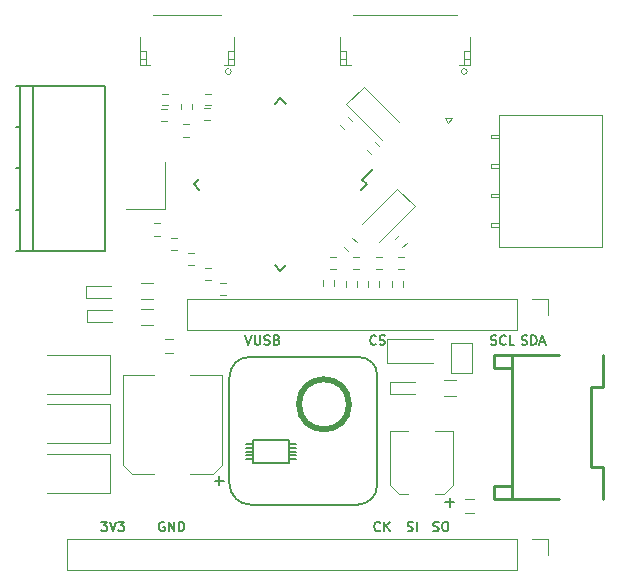
<source format=gto>
G04 #@! TF.GenerationSoftware,KiCad,Pcbnew,(5.1.5)-3*
G04 #@! TF.CreationDate,2020-05-14T20:53:58+10:00*
G04 #@! TF.ProjectId,V9203_Devkit,56393230-335f-4446-9576-6b69742e6b69,rev?*
G04 #@! TF.SameCoordinates,Original*
G04 #@! TF.FileFunction,Legend,Top*
G04 #@! TF.FilePolarity,Positive*
%FSLAX46Y46*%
G04 Gerber Fmt 4.6, Leading zero omitted, Abs format (unit mm)*
G04 Created by KiCad (PCBNEW (5.1.5)-3) date 2020-05-14 20:53:58*
%MOMM*%
%LPD*%
G04 APERTURE LIST*
%ADD10C,0.200000*%
%ADD11C,0.120000*%
%ADD12C,0.254000*%
%ADD13C,0.127000*%
%ADD14C,0.500000*%
%ADD15C,0.150000*%
G04 APERTURE END LIST*
D10*
X140703695Y-69011469D02*
X140665600Y-69049564D01*
X140551314Y-69087659D01*
X140475124Y-69087659D01*
X140360838Y-69049564D01*
X140284648Y-68973374D01*
X140246552Y-68897183D01*
X140208457Y-68744802D01*
X140208457Y-68630516D01*
X140246552Y-68478135D01*
X140284648Y-68401945D01*
X140360838Y-68325755D01*
X140475124Y-68287659D01*
X140551314Y-68287659D01*
X140665600Y-68325755D01*
X140703695Y-68363850D01*
X141008457Y-69049564D02*
X141122743Y-69087659D01*
X141313219Y-69087659D01*
X141389409Y-69049564D01*
X141427505Y-69011469D01*
X141465600Y-68935278D01*
X141465600Y-68859088D01*
X141427505Y-68782897D01*
X141389409Y-68744802D01*
X141313219Y-68706707D01*
X141160838Y-68668612D01*
X141084648Y-68630516D01*
X141046552Y-68592421D01*
X141008457Y-68516231D01*
X141008457Y-68440040D01*
X141046552Y-68363850D01*
X141084648Y-68325755D01*
X141160838Y-68287659D01*
X141351314Y-68287659D01*
X141465600Y-68325755D01*
X150451048Y-69049564D02*
X150565333Y-69087659D01*
X150755809Y-69087659D01*
X150832000Y-69049564D01*
X150870095Y-69011469D01*
X150908190Y-68935278D01*
X150908190Y-68859088D01*
X150870095Y-68782897D01*
X150832000Y-68744802D01*
X150755809Y-68706707D01*
X150603429Y-68668612D01*
X150527238Y-68630516D01*
X150489143Y-68592421D01*
X150451048Y-68516231D01*
X150451048Y-68440040D01*
X150489143Y-68363850D01*
X150527238Y-68325755D01*
X150603429Y-68287659D01*
X150793905Y-68287659D01*
X150908190Y-68325755D01*
X151708190Y-69011469D02*
X151670095Y-69049564D01*
X151555809Y-69087659D01*
X151479619Y-69087659D01*
X151365333Y-69049564D01*
X151289143Y-68973374D01*
X151251048Y-68897183D01*
X151212952Y-68744802D01*
X151212952Y-68630516D01*
X151251048Y-68478135D01*
X151289143Y-68401945D01*
X151365333Y-68325755D01*
X151479619Y-68287659D01*
X151555809Y-68287659D01*
X151670095Y-68325755D01*
X151708190Y-68363850D01*
X152432000Y-69087659D02*
X152051048Y-69087659D01*
X152051048Y-68287659D01*
X153048200Y-69049564D02*
X153162486Y-69087659D01*
X153352962Y-69087659D01*
X153429152Y-69049564D01*
X153467248Y-69011469D01*
X153505343Y-68935278D01*
X153505343Y-68859088D01*
X153467248Y-68782897D01*
X153429152Y-68744802D01*
X153352962Y-68706707D01*
X153200581Y-68668612D01*
X153124390Y-68630516D01*
X153086295Y-68592421D01*
X153048200Y-68516231D01*
X153048200Y-68440040D01*
X153086295Y-68363850D01*
X153124390Y-68325755D01*
X153200581Y-68287659D01*
X153391057Y-68287659D01*
X153505343Y-68325755D01*
X153848200Y-69087659D02*
X153848200Y-68287659D01*
X154038676Y-68287659D01*
X154152962Y-68325755D01*
X154229152Y-68401945D01*
X154267248Y-68478135D01*
X154305343Y-68630516D01*
X154305343Y-68744802D01*
X154267248Y-68897183D01*
X154229152Y-68973374D01*
X154152962Y-69049564D01*
X154038676Y-69087659D01*
X153848200Y-69087659D01*
X154610105Y-68859088D02*
X154991057Y-68859088D01*
X154533914Y-69087659D02*
X154800581Y-68287659D01*
X155067248Y-69087659D01*
X129642162Y-68287659D02*
X129908829Y-69087659D01*
X130175495Y-68287659D01*
X130442162Y-68287659D02*
X130442162Y-68935278D01*
X130480257Y-69011469D01*
X130518352Y-69049564D01*
X130594543Y-69087659D01*
X130746924Y-69087659D01*
X130823114Y-69049564D01*
X130861209Y-69011469D01*
X130899305Y-68935278D01*
X130899305Y-68287659D01*
X131242162Y-69049564D02*
X131356448Y-69087659D01*
X131546924Y-69087659D01*
X131623114Y-69049564D01*
X131661209Y-69011469D01*
X131699305Y-68935278D01*
X131699305Y-68859088D01*
X131661209Y-68782897D01*
X131623114Y-68744802D01*
X131546924Y-68706707D01*
X131394543Y-68668612D01*
X131318352Y-68630516D01*
X131280257Y-68592421D01*
X131242162Y-68516231D01*
X131242162Y-68440040D01*
X131280257Y-68363850D01*
X131318352Y-68325755D01*
X131394543Y-68287659D01*
X131585019Y-68287659D01*
X131699305Y-68325755D01*
X132308829Y-68668612D02*
X132423114Y-68706707D01*
X132461209Y-68744802D01*
X132499305Y-68820993D01*
X132499305Y-68935278D01*
X132461209Y-69011469D01*
X132423114Y-69049564D01*
X132346924Y-69087659D01*
X132042162Y-69087659D01*
X132042162Y-68287659D01*
X132308829Y-68287659D01*
X132385019Y-68325755D01*
X132423114Y-68363850D01*
X132461209Y-68440040D01*
X132461209Y-68516231D01*
X132423114Y-68592421D01*
X132385019Y-68630516D01*
X132308829Y-68668612D01*
X132042162Y-68668612D01*
X122777705Y-84100000D02*
X122701514Y-84061904D01*
X122587229Y-84061904D01*
X122472943Y-84100000D01*
X122396752Y-84176190D01*
X122358657Y-84252380D01*
X122320562Y-84404761D01*
X122320562Y-84519047D01*
X122358657Y-84671428D01*
X122396752Y-84747619D01*
X122472943Y-84823809D01*
X122587229Y-84861904D01*
X122663419Y-84861904D01*
X122777705Y-84823809D01*
X122815800Y-84785714D01*
X122815800Y-84519047D01*
X122663419Y-84519047D01*
X123158657Y-84861904D02*
X123158657Y-84061904D01*
X123615800Y-84861904D01*
X123615800Y-84061904D01*
X123996752Y-84861904D02*
X123996752Y-84061904D01*
X124187229Y-84061904D01*
X124301514Y-84100000D01*
X124377705Y-84176190D01*
X124415800Y-84252380D01*
X124453895Y-84404761D01*
X124453895Y-84519047D01*
X124415800Y-84671428D01*
X124377705Y-84747619D01*
X124301514Y-84823809D01*
X124187229Y-84861904D01*
X123996752Y-84861904D01*
X117443752Y-84061904D02*
X117938990Y-84061904D01*
X117672324Y-84366666D01*
X117786609Y-84366666D01*
X117862800Y-84404761D01*
X117900895Y-84442857D01*
X117938990Y-84519047D01*
X117938990Y-84709523D01*
X117900895Y-84785714D01*
X117862800Y-84823809D01*
X117786609Y-84861904D01*
X117558038Y-84861904D01*
X117481848Y-84823809D01*
X117443752Y-84785714D01*
X118167562Y-84061904D02*
X118434229Y-84861904D01*
X118700895Y-84061904D01*
X118891371Y-84061904D02*
X119386609Y-84061904D01*
X119119943Y-84366666D01*
X119234229Y-84366666D01*
X119310419Y-84404761D01*
X119348514Y-84442857D01*
X119386609Y-84519047D01*
X119386609Y-84709523D01*
X119348514Y-84785714D01*
X119310419Y-84823809D01*
X119234229Y-84861904D01*
X119005657Y-84861904D01*
X118929467Y-84823809D01*
X118891371Y-84785714D01*
X141065648Y-84785714D02*
X141027552Y-84823809D01*
X140913267Y-84861904D01*
X140837076Y-84861904D01*
X140722790Y-84823809D01*
X140646600Y-84747619D01*
X140608505Y-84671428D01*
X140570409Y-84519047D01*
X140570409Y-84404761D01*
X140608505Y-84252380D01*
X140646600Y-84176190D01*
X140722790Y-84100000D01*
X140837076Y-84061904D01*
X140913267Y-84061904D01*
X141027552Y-84100000D01*
X141065648Y-84138095D01*
X141408505Y-84861904D02*
X141408505Y-84061904D01*
X141865648Y-84861904D02*
X141522790Y-84404761D01*
X141865648Y-84061904D02*
X141408505Y-84519047D01*
X143380952Y-84823809D02*
X143495238Y-84861904D01*
X143685714Y-84861904D01*
X143761904Y-84823809D01*
X143800000Y-84785714D01*
X143838095Y-84709523D01*
X143838095Y-84633333D01*
X143800000Y-84557142D01*
X143761904Y-84519047D01*
X143685714Y-84480952D01*
X143533333Y-84442857D01*
X143457142Y-84404761D01*
X143419047Y-84366666D01*
X143380952Y-84290476D01*
X143380952Y-84214285D01*
X143419047Y-84138095D01*
X143457142Y-84100000D01*
X143533333Y-84061904D01*
X143723809Y-84061904D01*
X143838095Y-84100000D01*
X144180952Y-84861904D02*
X144180952Y-84061904D01*
X145552380Y-84823809D02*
X145666666Y-84861904D01*
X145857142Y-84861904D01*
X145933333Y-84823809D01*
X145971428Y-84785714D01*
X146009523Y-84709523D01*
X146009523Y-84633333D01*
X145971428Y-84557142D01*
X145933333Y-84519047D01*
X145857142Y-84480952D01*
X145704761Y-84442857D01*
X145628571Y-84404761D01*
X145590476Y-84366666D01*
X145552380Y-84290476D01*
X145552380Y-84214285D01*
X145590476Y-84138095D01*
X145628571Y-84100000D01*
X145704761Y-84061904D01*
X145895238Y-84061904D01*
X146009523Y-84100000D01*
X146504761Y-84061904D02*
X146657142Y-84061904D01*
X146733333Y-84100000D01*
X146809523Y-84176190D01*
X146847619Y-84328571D01*
X146847619Y-84595238D01*
X146809523Y-84747619D01*
X146733333Y-84823809D01*
X146657142Y-84861904D01*
X146504761Y-84861904D01*
X146428571Y-84823809D01*
X146352380Y-84747619D01*
X146314285Y-84595238D01*
X146314285Y-84328571D01*
X146352380Y-84176190D01*
X146428571Y-84100000D01*
X146504761Y-84061904D01*
D11*
X146531000Y-49894136D02*
X146831000Y-50318400D01*
X147131000Y-49894136D02*
X146531000Y-49894136D01*
X146831000Y-50318400D02*
X147131000Y-49894136D01*
X150441000Y-59078400D02*
X151141000Y-59078400D01*
X150441000Y-58778400D02*
X150441000Y-59078400D01*
X151141000Y-58778400D02*
X150441000Y-58778400D01*
X151141000Y-59078400D02*
X151141000Y-58778400D01*
X150441000Y-56578400D02*
X151141000Y-56578400D01*
X150441000Y-56278400D02*
X150441000Y-56578400D01*
X151141000Y-56278400D02*
X150441000Y-56278400D01*
X151141000Y-56578400D02*
X151141000Y-56278400D01*
X150441000Y-54078400D02*
X151141000Y-54078400D01*
X150441000Y-53778400D02*
X150441000Y-54078400D01*
X151141000Y-53778400D02*
X150441000Y-53778400D01*
X151141000Y-54078400D02*
X151141000Y-53778400D01*
X150441000Y-51578400D02*
X151141000Y-51578400D01*
X150441000Y-51278400D02*
X150441000Y-51578400D01*
X151141000Y-51278400D02*
X150441000Y-51278400D01*
X151141000Y-51578400D02*
X151141000Y-51278400D01*
X159821000Y-49598400D02*
X151141000Y-49598400D01*
X159821000Y-60758400D02*
X159821000Y-49598400D01*
X151141000Y-60758400D02*
X159821000Y-60758400D01*
X151141000Y-49598400D02*
X151141000Y-60758400D01*
X120707000Y-44162500D02*
X121207000Y-44162500D01*
X120707000Y-44162500D02*
X120707000Y-44162500D01*
X121207000Y-44162500D02*
X120707000Y-44162500D01*
X121207000Y-44162500D02*
X121207000Y-44162500D01*
X120707000Y-44862500D02*
X121207000Y-44862500D01*
X120707000Y-44862500D02*
X120707000Y-44862500D01*
X121207000Y-44862500D02*
X120707000Y-44862500D01*
X121207000Y-44862500D02*
X121207000Y-44862500D01*
X121207000Y-45362500D02*
X121207000Y-45362500D01*
X121207000Y-44162500D02*
X121207000Y-45362500D01*
X121207000Y-44162500D02*
X121207000Y-44162500D01*
X121207000Y-45362500D02*
X121207000Y-44162500D01*
X120707000Y-45362500D02*
X121607000Y-45362500D01*
X120707000Y-43012500D02*
X120707000Y-45362500D01*
X128707000Y-44162500D02*
X128207000Y-44162500D01*
X128707000Y-44162500D02*
X128707000Y-44162500D01*
X128207000Y-44162500D02*
X128707000Y-44162500D01*
X128207000Y-44162500D02*
X128207000Y-44162500D01*
X128707000Y-44862500D02*
X128207000Y-44862500D01*
X128707000Y-44862500D02*
X128707000Y-44862500D01*
X128207000Y-44862500D02*
X128707000Y-44862500D01*
X128207000Y-44862500D02*
X128207000Y-44862500D01*
X128207000Y-45362500D02*
X128207000Y-45362500D01*
X128207000Y-44162500D02*
X128207000Y-45362500D01*
X128207000Y-44162500D02*
X128207000Y-44162500D01*
X128207000Y-45362500D02*
X128207000Y-44162500D01*
X128707000Y-45362500D02*
X127807000Y-45362500D01*
X128707000Y-43012500D02*
X128707000Y-45362500D01*
X127607000Y-41112500D02*
X121807000Y-41112500D01*
X128457000Y-45937500D02*
G75*
G03X128457000Y-45937500I-250000J0D01*
G01*
X137678000Y-44162500D02*
X138178000Y-44162500D01*
X137678000Y-44162500D02*
X137678000Y-44162500D01*
X138178000Y-44162500D02*
X137678000Y-44162500D01*
X138178000Y-44162500D02*
X138178000Y-44162500D01*
X137678000Y-44862500D02*
X138178000Y-44862500D01*
X137678000Y-44862500D02*
X137678000Y-44862500D01*
X138178000Y-44862500D02*
X137678000Y-44862500D01*
X138178000Y-44862500D02*
X138178000Y-44862500D01*
X138178000Y-45362500D02*
X138178000Y-45362500D01*
X138178000Y-44162500D02*
X138178000Y-45362500D01*
X138178000Y-44162500D02*
X138178000Y-44162500D01*
X138178000Y-45362500D02*
X138178000Y-44162500D01*
X137678000Y-45362500D02*
X138578000Y-45362500D01*
X137678000Y-43012500D02*
X137678000Y-45362500D01*
X148678000Y-44162500D02*
X148178000Y-44162500D01*
X148678000Y-44162500D02*
X148678000Y-44162500D01*
X148178000Y-44162500D02*
X148678000Y-44162500D01*
X148178000Y-44162500D02*
X148178000Y-44162500D01*
X148678000Y-44862500D02*
X148178000Y-44862500D01*
X148678000Y-44862500D02*
X148678000Y-44862500D01*
X148178000Y-44862500D02*
X148678000Y-44862500D01*
X148178000Y-44862500D02*
X148178000Y-44862500D01*
X148178000Y-45362500D02*
X148178000Y-45362500D01*
X148178000Y-44162500D02*
X148178000Y-45362500D01*
X148178000Y-44162500D02*
X148178000Y-44162500D01*
X148178000Y-45362500D02*
X148178000Y-44162500D01*
X148678000Y-45362500D02*
X147778000Y-45362500D01*
X148678000Y-43012500D02*
X148678000Y-45362500D01*
X147578000Y-41112500D02*
X138778000Y-41112500D01*
X148428000Y-45937500D02*
G75*
G03X148428000Y-45937500I-250000J0D01*
G01*
X138671117Y-50147237D02*
X138317563Y-49793683D01*
X137652883Y-50458363D02*
X138006437Y-50811917D01*
X124832000Y-62321600D02*
X125332000Y-62321600D01*
X125332000Y-61261600D02*
X124832000Y-61261600D01*
X137960457Y-60756990D02*
X138314010Y-61110543D01*
X139063543Y-60361010D02*
X138709990Y-60007457D01*
X127524000Y-64861600D02*
X128024000Y-64861600D01*
X128024000Y-63801600D02*
X127524000Y-63801600D01*
X123822000Y-59991600D02*
X123322000Y-59991600D01*
X123322000Y-61051600D02*
X123822000Y-61051600D01*
X121951000Y-59832400D02*
X122451000Y-59832400D01*
X122451000Y-58772400D02*
X121951000Y-58772400D01*
X126703000Y-62531600D02*
X126203000Y-62531600D01*
X126203000Y-63591600D02*
X126703000Y-63591600D01*
X142983000Y-64166400D02*
X142983000Y-63666400D01*
X142043000Y-63666400D02*
X142043000Y-64166400D01*
X138132000Y-63666400D02*
X138132000Y-64166400D01*
X139072000Y-64166400D02*
X139072000Y-63666400D01*
X137192000Y-64124400D02*
X137192000Y-63624400D01*
X136252000Y-63624400D02*
X136252000Y-64124400D01*
X140062000Y-63666400D02*
X140062000Y-64166400D01*
X141002000Y-64166400D02*
X141002000Y-63666400D01*
X139251000Y-61617200D02*
X138751000Y-61617200D01*
X138751000Y-62677200D02*
X139251000Y-62677200D01*
X136835000Y-62677200D02*
X137335000Y-62677200D01*
X137335000Y-61617200D02*
X136835000Y-61617200D01*
X143112000Y-61617200D02*
X142612000Y-61617200D01*
X142612000Y-62677200D02*
X143112000Y-62677200D01*
X141181000Y-61617200D02*
X140681000Y-61617200D01*
X140681000Y-62677200D02*
X141181000Y-62677200D01*
X126261000Y-48748800D02*
X126761000Y-48748800D01*
X126761000Y-47808800D02*
X126261000Y-47808800D01*
X142948563Y-60776717D02*
X143302117Y-60423163D01*
X142637437Y-59758483D02*
X142283883Y-60112037D01*
X139954883Y-52557063D02*
X140308437Y-52910617D01*
X140973117Y-52245937D02*
X140619563Y-51892383D01*
X122620000Y-48748800D02*
X123120000Y-48748800D01*
X123120000Y-47808800D02*
X122620000Y-47808800D01*
X124162000Y-48647200D02*
X124162000Y-49147200D01*
X125102000Y-49147200D02*
X125102000Y-48647200D01*
X123547000Y-69808400D02*
X122847000Y-69808400D01*
X122847000Y-68608400D02*
X123547000Y-68608400D01*
X148971000Y-83333900D02*
X148271000Y-83333900D01*
X148271000Y-82133900D02*
X148971000Y-82133900D01*
X148869000Y-71464000D02*
X147089000Y-71464000D01*
X147089000Y-68924000D02*
X148869000Y-68924000D01*
X147089000Y-68924000D02*
X147089000Y-71464000D01*
X148869000Y-71464000D02*
X148869000Y-68924000D01*
X126660000Y-49018800D02*
X126160000Y-49018800D01*
X126160000Y-50078800D02*
X126660000Y-50078800D01*
X124389000Y-51450400D02*
X124889000Y-51450400D01*
X124889000Y-50390400D02*
X124389000Y-50390400D01*
X122509000Y-50129600D02*
X123009000Y-50129600D01*
X123009000Y-49069600D02*
X122509000Y-49069600D01*
X121804000Y-65189400D02*
X120804000Y-65189400D01*
X120804000Y-63829400D02*
X121804000Y-63829400D01*
X120825000Y-66051900D02*
X121825000Y-66051900D01*
X121825000Y-67411900D02*
X120825000Y-67411900D01*
X116220000Y-66104900D02*
X116220000Y-67104900D01*
X116220000Y-67104900D02*
X118320000Y-67104900D01*
X116220000Y-66104900D02*
X118320000Y-66104900D01*
X116156000Y-64072900D02*
X118256000Y-64072900D01*
X116156000Y-65072900D02*
X118256000Y-65072900D01*
X116156000Y-64072900D02*
X116156000Y-65072900D01*
X147446000Y-73444400D02*
X146446000Y-73444400D01*
X146446000Y-72084400D02*
X147446000Y-72084400D01*
X144005295Y-57339829D02*
X142520371Y-55854905D01*
X142520371Y-55854905D02*
X139515167Y-58860109D01*
X144005295Y-57339829D02*
X141000091Y-60345033D01*
X139687629Y-47244305D02*
X138202705Y-48729229D01*
X138202705Y-48729229D02*
X141207909Y-51734433D01*
X139687629Y-47244305D02*
X142692833Y-50249509D01*
X122827000Y-57594000D02*
X122827000Y-53594000D01*
X119527000Y-57594000D02*
X122827000Y-57594000D01*
D12*
X152241000Y-69918400D02*
X152241000Y-71018400D01*
X152241000Y-81018400D02*
X152241000Y-82118400D01*
X159941000Y-69918400D02*
X159941000Y-72618400D01*
X159941000Y-79418400D02*
X159941000Y-82118400D01*
X152241000Y-69918400D02*
X150741000Y-69918400D01*
X150741000Y-69918400D02*
X150741000Y-71018400D01*
X150741000Y-71018400D02*
X152241000Y-71018400D01*
X152241000Y-71018400D02*
X152241000Y-81018400D01*
X152241000Y-81018400D02*
X150741000Y-81018400D01*
X150741000Y-81018400D02*
X150741000Y-82118400D01*
X150741000Y-82118400D02*
X152241000Y-82118400D01*
X152241000Y-69918400D02*
X156206000Y-69918400D01*
X152241000Y-82118400D02*
X156206000Y-82118400D01*
X159941000Y-72618400D02*
X158941000Y-72618400D01*
X158941000Y-72618400D02*
X158941000Y-79418400D01*
X158941000Y-79418400D02*
X159941000Y-79418400D01*
D11*
X118227000Y-81653400D02*
X112827000Y-81653400D01*
X118227000Y-78353400D02*
X112827000Y-78353400D01*
X118227000Y-81653400D02*
X118227000Y-78353400D01*
X118227000Y-77398900D02*
X118227000Y-74098900D01*
X118227000Y-74098900D02*
X112827000Y-74098900D01*
X118227000Y-77398900D02*
X112827000Y-77398900D01*
X118227000Y-73207900D02*
X112827000Y-73207900D01*
X118227000Y-69907900D02*
X112827000Y-69907900D01*
X118227000Y-73207900D02*
X118227000Y-69907900D01*
X141661000Y-68589400D02*
X145561000Y-68589400D01*
X141661000Y-70589400D02*
X145561000Y-70589400D01*
X141661000Y-68589400D02*
X141661000Y-70589400D01*
X141937000Y-72264400D02*
X144037000Y-72264400D01*
X141937000Y-73264400D02*
X144037000Y-73264400D01*
X141937000Y-72264400D02*
X141937000Y-73264400D01*
X147215000Y-80938400D02*
X147215000Y-76358400D01*
X146455000Y-81698400D02*
X147215000Y-80938400D01*
X141875000Y-80938400D02*
X142635000Y-81698400D01*
X141875000Y-76358400D02*
X141875000Y-80938400D01*
X142635000Y-81698400D02*
X143425000Y-81698400D01*
X146455000Y-81698400D02*
X145665000Y-81698400D01*
X141875000Y-76358400D02*
X143425000Y-76358400D01*
X147215000Y-76358400D02*
X145665000Y-76358400D01*
X119273000Y-79244400D02*
X119273000Y-71624400D01*
X120033000Y-80004400D02*
X119273000Y-79244400D01*
X127653000Y-79244400D02*
X126893000Y-80004400D01*
X127653000Y-71624400D02*
X127653000Y-79244400D01*
X126893000Y-80004400D02*
X124973000Y-80004400D01*
X120033000Y-80004400D02*
X121953000Y-80004400D01*
X119273000Y-71624400D02*
X121953000Y-71624400D01*
X127653000Y-71624400D02*
X124973000Y-71624400D01*
D13*
X128305000Y-80817350D02*
X128305000Y-71774100D01*
X128304980Y-71774120D02*
G75*
G02X129965660Y-70113400I1660700J20D01*
G01*
X129965660Y-70113400D02*
X139291800Y-70113400D01*
X139291800Y-70113400D02*
G75*
G02X140805000Y-71626600I0J-1513200D01*
G01*
X140805000Y-71626600D02*
X140805000Y-80952740D01*
X140804980Y-80952720D02*
G75*
G02X139144300Y-82613400I-1660680J0D01*
G01*
X139144300Y-82613400D02*
X130101050Y-82613400D01*
X130101050Y-82613400D02*
G75*
G02X128305000Y-80817350I0J1796050D01*
G01*
D14*
X138426300Y-74113400D02*
G75*
G03X138426300Y-74113400I-2121300J0D01*
G01*
D13*
X130305000Y-77113400D02*
X133305000Y-77113400D01*
X133305000Y-77113400D02*
X133305000Y-77513400D01*
X133305000Y-77513400D02*
X133305000Y-77813400D01*
X133305000Y-77813400D02*
X133305000Y-78113400D01*
X133305000Y-78113400D02*
X133305000Y-78413400D01*
X133305000Y-78413400D02*
X133305000Y-78713400D01*
X133305000Y-78713400D02*
X133305000Y-79113400D01*
X133305000Y-79113400D02*
X130305000Y-79113400D01*
X130305000Y-79113400D02*
X130305000Y-78713400D01*
X130305000Y-78713400D02*
X130305000Y-78413400D01*
X130305000Y-78413400D02*
X130305000Y-77513400D01*
X130305000Y-77513400D02*
X130305000Y-77113400D01*
X133305000Y-77513400D02*
X133905000Y-77513400D01*
X133305000Y-77813400D02*
X133905000Y-77813400D01*
X133305000Y-78113400D02*
X133905000Y-78113400D01*
X133305000Y-78413400D02*
X133905000Y-78413400D01*
X133305000Y-78713400D02*
X133905000Y-78713400D01*
X129705000Y-77513400D02*
X130305000Y-77513400D01*
X129705000Y-77813400D02*
X130305000Y-77813400D01*
X129705000Y-78113400D02*
X130305000Y-78113400D01*
X129705000Y-78413400D02*
X130305000Y-78413400D01*
X129705000Y-78713400D02*
X130305000Y-78713400D01*
D15*
X117800000Y-61138400D02*
X117800000Y-47138400D01*
X110200000Y-61138400D02*
X117800000Y-61138400D01*
X117800000Y-47138400D02*
X110200000Y-47138400D01*
X110600000Y-47138400D02*
X110600000Y-61138400D01*
X111700000Y-47138400D02*
X111700000Y-61138400D01*
X110600000Y-57638400D02*
X110200000Y-57638400D01*
X110600000Y-54138400D02*
X110200000Y-54138400D01*
X110600000Y-50638400D02*
X110200000Y-50638400D01*
D11*
X155273000Y-65192600D02*
X155273000Y-66522600D01*
X153943000Y-65192600D02*
X155273000Y-65192600D01*
X152673000Y-67852600D02*
X152673000Y-65192600D01*
X124673000Y-67852600D02*
X152673000Y-67852600D01*
X124673000Y-65192600D02*
X124673000Y-67852600D01*
X152673000Y-65192600D02*
X124673000Y-65192600D01*
X155288000Y-85512600D02*
X155288000Y-86842600D01*
X153958000Y-85512600D02*
X155288000Y-85512600D01*
X152688000Y-88172600D02*
X152688000Y-85512600D01*
X114528000Y-88172600D02*
X152688000Y-88172600D01*
X114528000Y-85512600D02*
X114528000Y-88172600D01*
X152688000Y-85512600D02*
X114528000Y-85512600D01*
D15*
X139925555Y-55492400D02*
X139518969Y-55085814D01*
X132607000Y-62810955D02*
X132129703Y-62333658D01*
X125288445Y-55492400D02*
X125765742Y-55969697D01*
X132607000Y-48173845D02*
X133084297Y-48651142D01*
X139925555Y-55492400D02*
X139448258Y-55969697D01*
X132607000Y-48173845D02*
X132129703Y-48651142D01*
X125288445Y-55492400D02*
X125765742Y-55015103D01*
X132607000Y-62810955D02*
X133084297Y-62333658D01*
X139518969Y-55085814D02*
X140420530Y-54184252D01*
X146966428Y-82789352D02*
X146966428Y-82027447D01*
X147347380Y-82408400D02*
X146585476Y-82408400D01*
X127434428Y-80975352D02*
X127434428Y-80213447D01*
X127815380Y-80594400D02*
X127053476Y-80594400D01*
M02*

</source>
